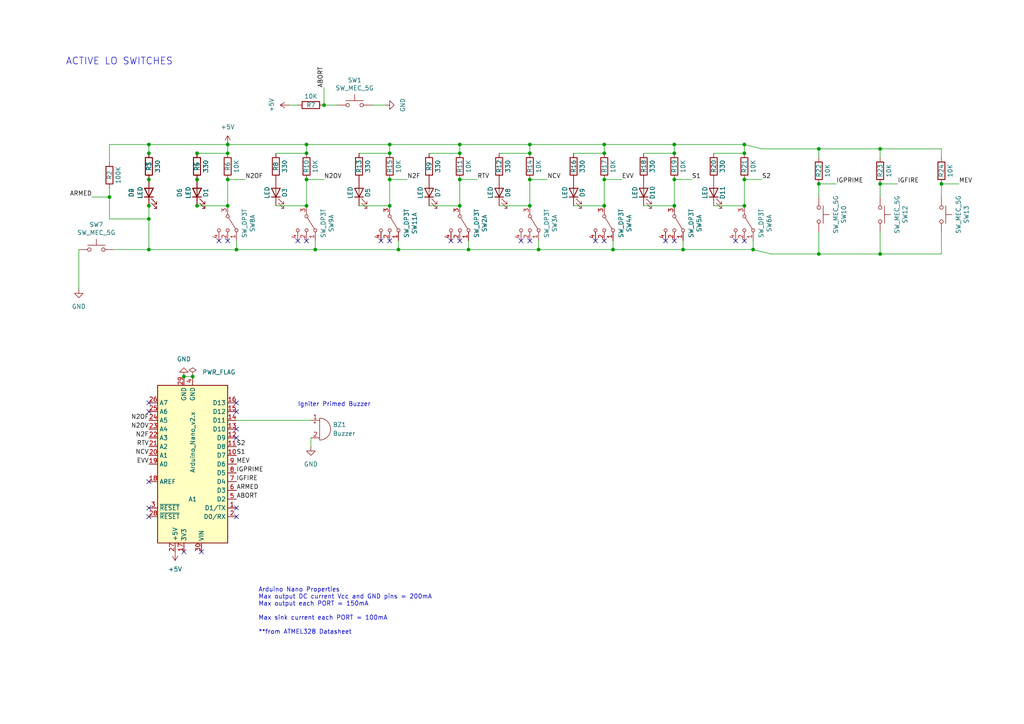
<source format=kicad_sch>
(kicad_sch (version 20211123) (generator eeschema)
  (paper "A4")
  (title_block (title "Propulsion Developement Platform Mission Control Box") (date "2022-05-11") (rev "R1") (company "UVic Rocketery"))
  (lib_symbols
    (symbol "Device:Buzzer" (pin_names (offset 0.0254) hide)
      (property "Reference" "BZ" (at 3.81 1.27 0))
      (property "Value" "Buzzer" (at 3.81 -1.27 0))
      (symbol "Buzzer_0_1"
        (arc (start 0 -3.175) (mid 3.175 0) (end 0 3.175))
        (polyline (pts (xy -1.651 1.905) (xy -1.143 1.905)))
        (polyline (pts (xy -1.397 2.159) (xy -1.397 1.651)))
        (polyline (pts (xy 0 3.175) (xy 0 -3.175)))
      )
      (symbol "Buzzer_1_1"
        (pin passive line (at -2.54 2.54 0) (length 2.54) (name "-") (number "1"))
        (pin passive line (at -2.54 -2.54 0) (length 2.54) (name "+") (number "2"))
      )
    )
    (symbol "Device:LED" (pin_numbers hide) (pin_names (offset 1.016) hide)
      (property "Reference" "D" (at 0 2.54 0))
      (property "Value" "LED" (at 0 -2.54 0))
      (symbol "LED_0_1"
        (polyline (pts (xy -1.27 -1.27) (xy -1.27 1.27)) (stroke (width 0.254)))
        (polyline (pts (xy -1.27 0) (xy 1.27 0)))
        (polyline (pts (xy 1.27 -1.27) (xy 1.27 1.27) (xy -1.27 0) (xy 1.27 -1.27)) (stroke (width 0.254)))
        (polyline (pts (xy -3.048 -0.762) (xy -4.572 -2.286) (xy -3.81 -2.286) (xy -4.572 -2.286) (xy -4.572 -1.524)))
        (polyline (pts (xy -1.778 -0.762) (xy -3.302 -2.286) (xy -2.54 -2.286) (xy -3.302 -2.286) (xy -3.302 -1.524)))
      )
      (symbol "LED_1_1"
        (pin passive line (at -3.81 0 0) (length 2.54) (name "K") (number "1"))
        (pin passive line (at 3.81 0 180) (length 2.54) (name "A") (number "2"))
      )
    )
    (symbol "Device:R" (pin_numbers hide) (pin_names (offset 0))
      (property "Reference" "R" (at 2.032 0 90))
      (property "Value" "R" (at 0 0 90))
      (symbol "R_0_1"
        (rectangle (start -1.016 -2.54) (end 1.016 2.54) (stroke (width 0.254)))
      )
      (symbol "R_1_1"
        (pin passive line (at 0 3.81 270) (length 1.27) (name "~") (number "1"))
        (pin passive line (at 0 -3.81 90) (length 1.27) (name "~") (number "2"))
      )
    )
    (symbol "MCU_Module:Arduino_Nano_v2.x"
      (property "Reference" "A" (at -10.16 23.495 0))
      (property "Value" "Arduino_Nano_v2.x" (at 5.08 -24.13 0))
      (symbol "Arduino_Nano_v2.x_0_1"
        (rectangle (start -10.16 22.86) (end 10.16 -22.86) (stroke (width 0.254)) (fill (type background)))
      )
      (symbol "Arduino_Nano_v2.x_1_1"
        (pin bidirectional line (at -12.7 12.7 0) (length 2.54) (name "D1/TX") (number "1"))
        (pin bidirectional line (at -12.7 -2.54 0) (length 2.54) (name "D7") (number "10"))
        (pin bidirectional line (at -12.7 -5.08 0) (length 2.54) (name "D8") (number "11"))
        (pin bidirectional line (at -12.7 -7.62 0) (length 2.54) (name "D9") (number "12"))
        (pin bidirectional line (at -12.7 -10.16 0) (length 2.54) (name "D10") (number "13"))
        (pin bidirectional line (at -12.7 -12.7 0) (length 2.54) (name "D11") (number "14"))
        (pin bidirectional line (at -12.7 -15.24 0) (length 2.54) (name "D12") (number "15"))
        (pin bidirectional line (at -12.7 -17.78 0) (length 2.54) (name "D13") (number "16"))
        (pin power_out line (at 2.54 25.4 270) (length 2.54) (name "3V3") (number "17"))
        (pin input line (at 12.7 5.08 180) (length 2.54) (name "AREF") (number "18"))
        (pin bidirectional line (at 12.7 0 180) (length 2.54) (name "A0") (number "19"))
        (pin bidirectional line (at -12.7 15.24 0) (length 2.54) (name "D0/RX") (number "2"))
        (pin bidirectional line (at 12.7 -2.54 180) (length 2.54) (name "A1") (number "20"))
        (pin bidirectional line (at 12.7 -5.08 180) (length 2.54) (name "A2") (number "21"))
        (pin bidirectional line (at 12.7 -7.62 180) (length 2.54) (name "A3") (number "22"))
        (pin bidirectional line (at 12.7 -10.16 180) (length 2.54) (name "A4") (number "23"))
        (pin bidirectional line (at 12.7 -12.7 180) (length 2.54) (name "A5") (number "24"))
        (pin bidirectional line (at 12.7 -15.24 180) (length 2.54) (name "A6") (number "25"))
        (pin bidirectional line (at 12.7 -17.78 180) (length 2.54) (name "A7") (number "26"))
        (pin power_out line (at 5.08 25.4 270) (length 2.54) (name "+5V") (number "27"))
        (pin input line (at 12.7 15.24 180) (length 2.54) (name "~{RESET}") (number "28"))
        (pin power_in line (at 2.54 -25.4 90) (length 2.54) (name "GND") (number "29"))
        (pin input line (at 12.7 12.7 180) (length 2.54) (name "~{RESET}") (number "3"))
        (pin power_in line (at -2.54 25.4 270) (length 2.54) (name "VIN") (number "30"))
        (pin power_in line (at 0 -25.4 90) (length 2.54) (name "GND") (number "4"))
        (pin bidirectional line (at -12.7 10.16 0) (length 2.54) (name "D2") (number "5"))
        (pin bidirectional line (at -12.7 7.62 0) (length 2.54) (name "D3") (number "6"))
        (pin bidirectional line (at -12.7 5.08 0) (length 2.54) (name "D4") (number "7"))
        (pin bidirectional line (at -12.7 2.54 0) (length 2.54) (name "D5") (number "8"))
        (pin bidirectional line (at -12.7 0 0) (length 2.54) (name "D6") (number "9"))
      )
    )
    (symbol "Switch:SW_DP3T" (pin_names (offset 0) hide)
      (property "Reference" "SW" (at 0 5.08 0))
      (property "Value" "SW_DP3T" (at 0 -5.08 0))
      (symbol "SW_DP3T_0_1"
        (circle (center -2.032 0) (radius 0.4572))
        (polyline (pts (xy -1.651 0.254) (xy 1.651 2.286)))
        (circle (center 2.032 -2.54) (radius 0.4572))
        (circle (center 2.032 0) (radius 0.4572))
        (circle (center 2.032 2.54) (radius 0.4572))
      )
      (symbol "SW_DP3T_1_1"
        (pin passive line (at 5.08 2.54 180) (length 2.54) (name "1") (number "1"))
        (pin passive line (at 5.08 0 180) (length 2.54) (name "2") (number "2"))
        (pin passive line (at -5.08 0 0) (length 2.54) (name "3") (number "3"))
        (pin passive line (at 5.08 -2.54 180) (length 2.54) (name "4") (number "4"))
      )
      (symbol "SW_DP3T_2_1"
        (pin passive line (at 5.08 2.54 180) (length 2.54) (name "5") (number "5"))
        (pin passive line (at 5.08 0 180) (length 2.54) (name "6") (number "6"))
        (pin passive line (at -5.08 0 0) (length 2.54) (name "7") (number "7"))
        (pin passive line (at 5.08 -2.54 180) (length 2.54) (name "8") (number "8"))
      )
    )
    (symbol "Switch:SW_MEC_5G" (pin_numbers hide) (pin_names (offset 1.016) hide)
      (property "Reference" "SW" (at 1.27 2.54 0))
      (property "Value" "SW_MEC_5G" (at 0 -1.524 0))
      (symbol "SW_MEC_5G_0_1"
        (circle (center -2.032 0) (radius 0.508))
        (polyline (pts (xy 0 1.27) (xy 0 3.048)))
        (polyline (pts (xy 2.54 1.27) (xy -2.54 1.27)))
        (circle (center 2.032 0) (radius 0.508))
        (pin passive line (at -5.08 0 0) (length 2.54) (name "A") (number "1"))
        (pin passive line (at 5.08 0 180) (length 2.54) (name "B") (number "3"))
      )
      (symbol "SW_MEC_5G_1_1"
        (pin passive line (at -5.08 0 0) (length 2.54) hide (name "A") (number "2"))
        (pin passive line (at 5.08 0 180) (length 2.54) hide (name "B") (number "4"))
      )
    )
    (symbol "power:+5V" (power) (pin_names (offset 0))
      (property "Value" "+5V" (at 0 3.556 0))
      (symbol "+5V_0_1"
        (polyline (pts (xy -0.762 1.27) (xy 0 2.54)))
        (polyline (pts (xy 0 0) (xy 0 2.54)))
        (polyline (pts (xy 0 2.54) (xy 0.762 1.27)))
      )
      (symbol "+5V_1_1"
        (pin power_in line (at 0 0 90) (length 0) hide (name "+5V") (number "1"))
      )
    )
    (symbol "power:GND" (power) (pin_names (offset 0))
      (property "Value" "GND" (at 0 -3.81 0))
      (symbol "GND_0_1"
        (polyline (pts (xy 0 0) (xy 0 -1.27) (xy 1.27 -1.27) (xy 0 -2.54) (xy -1.27 -1.27) (xy 0 -1.27)))
      )
      (symbol "GND_1_1"
        (pin power_in line (at 0 0 270) (length 0) hide (name "GND") (number "1"))
      )
    )
    (symbol "power:PWR_FLAG" (power) (pin_numbers hide) (pin_names (offset 0) hide)
      (property "Value" "PWR_FLAG" (at 0 3.81 0))
      (symbol "PWR_FLAG_0_0"
        (pin power_out line (at 0 0 90) (length 0) (name "pwr") (number "1"))
      )
      (symbol "PWR_FLAG_0_1"
        (polyline (pts (xy 0 0) (xy 0 1.27) (xy -1.016 1.905) (xy 0 2.54) (xy 1.016 1.905) (xy 0 1.27)))
      )
    )
  )
  (junction (at 237.49 73.66))
  (junction (at 43.18 41.91))
  (junction (at 218.44 72.39))
  (junction (at 255.27 73.66))
  (junction (at 198.12 72.39))
  (junction (at 93.98 30.48))
  (junction (at 153.67 41.91))
  (junction (at 66.04 59.69))
  (junction (at 43.18 52.07))
  (junction (at 113.03 52.07))
  (junction (at 66.04 44.45))
  (junction (at 133.35 44.45))
  (junction (at 43.18 72.39))
  (junction (at 91.44 72.39))
  (junction (at 133.35 41.91))
  (junction (at 255.27 43.18))
  (junction (at 113.03 41.91))
  (junction (at 68.58 72.39))
  (junction (at 215.9 59.69))
  (junction (at 113.03 59.69))
  (junction (at 43.18 44.45))
  (junction (at 215.9 52.07))
  (junction (at 175.26 52.07))
  (junction (at 175.26 41.91))
  (junction (at 255.27 53.34))
  (junction (at 195.58 44.45))
  (junction (at 88.9 41.91))
  (junction (at 66.04 52.07))
  (junction (at 153.67 59.69))
  (junction (at 195.58 59.69))
  (junction (at 273.05 53.34))
  (junction (at 153.67 44.45))
  (junction (at 113.03 44.45))
  (junction (at 133.35 52.07))
  (junction (at 31.75 57.15))
  (junction (at 215.9 44.45))
  (junction (at 215.9 41.91))
  (junction (at 237.49 43.18))
  (junction (at 175.26 44.45))
  (junction (at 177.8 72.39))
  (junction (at 53.34 109.22))
  (junction (at 43.18 59.69))
  (junction (at 66.04 41.91))
  (junction (at 55.88 109.22))
  (junction (at 175.26 59.69))
  (junction (at 57.15 59.69))
  (junction (at 135.89 72.39))
  (junction (at 195.58 52.07))
  (junction (at 115.57 72.39))
  (junction (at 88.9 44.45))
  (junction (at 156.21 72.39))
  (junction (at 57.15 44.45))
  (junction (at 133.35 59.69))
  (junction (at 195.58 41.91))
  (junction (at 43.18 63.5))
  (junction (at 57.15 52.07))
  (junction (at 88.9 59.69))
  (junction (at 88.9 52.07))
  (junction (at 237.49 53.34))
  (junction (at 153.67 52.07))
  (no_connect (at 53.34 160.02))
  (no_connect (at 58.42 160.02))
  (no_connect (at 68.58 119.38))
  (no_connect (at 43.18 116.84))
  (no_connect (at 43.18 139.7))
  (no_connect (at 68.58 149.86))
  (no_connect (at 68.58 147.32))
  (no_connect (at 43.18 147.32))
  (no_connect (at 43.18 149.86))
  (no_connect (at 193.04 69.85))
  (no_connect (at 195.58 69.85))
  (no_connect (at 213.36 69.85))
  (no_connect (at 215.9 69.85))
  (no_connect (at 175.26 69.85))
  (no_connect (at 172.72 69.85))
  (no_connect (at 151.13 69.85))
  (no_connect (at 153.67 69.85))
  (no_connect (at 133.35 69.85))
  (no_connect (at 130.81 69.85))
  (no_connect (at 63.5 69.85))
  (no_connect (at 66.04 69.85))
  (no_connect (at 113.03 69.85))
  (no_connect (at 110.49 69.85))
  (no_connect (at 68.58 124.46))
  (no_connect (at 68.58 127))
  (no_connect (at 43.18 119.38))
  (no_connect (at 88.9 69.85))
  (no_connect (at 86.36 69.85))
  (no_connect (at 68.58 116.84))
  (wire (pts (xy 113.03 41.91) (xy 133.35 41.91)))
  (wire (pts (xy 93.98 30.48) (xy 93.98 25.4)))
  (wire (pts (xy 31.75 57.15) (xy 31.75 63.5)))
  (wire (pts (xy 91.44 69.85) (xy 91.44 72.39)))
  (wire (pts (xy 43.18 63.5) (xy 43.18 72.39)))
  (wire (pts (xy 223.52 73.66) (xy 218.44 72.39)))
  (wire (pts (xy 273.05 53.34) (xy 273.05 57.15)))
  (wire (pts (xy 91.44 72.39) (xy 115.57 72.39)))
  (wire (pts (xy 195.58 52.07) (xy 200.66 52.07)))
  (wire (pts (xy 195.58 41.91) (xy 195.58 44.45)))
  (wire (pts (xy 223.52 73.66) (xy 237.49 73.66)))
  (wire (pts (xy 153.67 52.07) (xy 153.67 59.69)))
  (wire (pts (xy 88.9 41.91) (xy 88.9 44.45)))
  (wire (pts (xy 68.58 72.39) (xy 91.44 72.39)))
  (wire (pts (xy 166.37 59.69) (xy 175.26 59.69)))
  (wire (pts (xy 237.49 67.31) (xy 237.49 73.66)))
  (wire (pts (xy 255.27 53.34) (xy 255.27 57.15)))
  (wire (pts (xy 90.17 127) (xy 90.17 129.54)))
  (wire (pts (xy 255.27 67.31) (xy 255.27 73.66)))
  (wire (pts (xy 195.58 41.91) (xy 215.9 41.91)))
  (wire (pts (xy 31.75 63.5) (xy 43.18 63.5)))
  (wire (pts (xy 218.44 69.85) (xy 218.44 72.39)))
  (wire (pts (xy 80.01 44.45) (xy 88.9 44.45)))
  (wire (pts (xy 220.98 43.18) (xy 237.49 43.18)))
  (wire (pts (xy 115.57 72.39) (xy 135.89 72.39)))
  (wire (pts (xy 22.86 72.39) (xy 22.86 83.82)))
  (wire (pts (xy 186.69 59.69) (xy 195.58 59.69)))
  (wire (pts (xy 175.26 41.91) (xy 175.26 44.45)))
  (wire (pts (xy 55.88 109.22) (xy 53.34 109.22)))
  (wire (pts (xy 198.12 69.85) (xy 198.12 72.39)))
  (wire (pts (xy 88.9 52.07) (xy 88.9 59.69)))
  (wire (pts (xy 104.14 59.69) (xy 113.03 59.69)))
  (wire (pts (xy 113.03 41.91) (xy 113.03 44.45)))
  (wire (pts (xy 156.21 69.85) (xy 156.21 72.39)))
  (wire (pts (xy 156.21 72.39) (xy 177.8 72.39)))
  (wire (pts (xy 153.67 41.91) (xy 153.67 44.45)))
  (wire (pts (xy 215.9 52.07) (xy 215.9 59.69)))
  (wire (pts (xy 86.36 30.48) (xy 83.82 30.48)))
  (wire (pts (xy 273.05 43.18) (xy 255.27 43.18)))
  (wire (pts (xy 124.46 44.45) (xy 133.35 44.45)))
  (wire (pts (xy 144.78 44.45) (xy 153.67 44.45)))
  (wire (pts (xy 31.75 54.61) (xy 31.75 57.15)))
  (wire (pts (xy 207.01 59.69) (xy 215.9 59.69)))
  (wire (pts (xy 26.67 57.15) (xy 31.75 57.15)))
  (wire (pts (xy 177.8 72.39) (xy 198.12 72.39)))
  (wire (pts (xy 166.37 44.45) (xy 175.26 44.45)))
  (wire (pts (xy 255.27 73.66) (xy 273.05 73.66)))
  (wire (pts (xy 68.58 121.92) (xy 90.17 121.92)))
  (wire (pts (xy 43.18 41.91) (xy 66.04 41.91)))
  (wire (pts (xy 68.58 69.85) (xy 68.58 72.39)))
  (wire (pts (xy 57.15 59.69) (xy 66.04 59.69)))
  (wire (pts (xy 135.89 69.85) (xy 135.89 72.39)))
  (wire (pts (xy 88.9 41.91) (xy 113.03 41.91)))
  (wire (pts (xy 115.57 69.85) (xy 115.57 72.39)))
  (wire (pts (xy 93.98 30.48) (xy 97.79 30.48)))
  (wire (pts (xy 66.04 52.07) (xy 66.04 59.69)))
  (wire (pts (xy 88.9 52.07) (xy 93.98 52.07)))
  (wire (pts (xy 113.03 52.07) (xy 113.03 59.69)))
  (wire (pts (xy 133.35 52.07) (xy 138.43 52.07)))
  (wire (pts (xy 104.14 44.45) (xy 113.03 44.45)))
  (wire (pts (xy 153.67 52.07) (xy 158.75 52.07)))
  (wire (pts (xy 33.02 72.39) (xy 43.18 72.39)))
  (wire (pts (xy 133.35 52.07) (xy 133.35 59.69)))
  (wire (pts (xy 31.75 41.91) (xy 31.75 46.99)))
  (wire (pts (xy 273.05 67.31) (xy 273.05 73.66)))
  (wire (pts (xy 273.05 45.72) (xy 273.05 43.18)))
  (wire (pts (xy 237.49 53.34) (xy 242.57 53.34)))
  (wire (pts (xy 175.26 41.91) (xy 195.58 41.91)))
  (wire (pts (xy 113.03 52.07) (xy 118.11 52.07)))
  (wire (pts (xy 237.49 43.18) (xy 237.49 45.72)))
  (wire (pts (xy 31.75 41.91) (xy 43.18 41.91)))
  (wire (pts (xy 107.95 30.48) (xy 111.76 30.48)))
  (wire (pts (xy 57.15 44.45) (xy 66.04 44.45)))
  (wire (pts (xy 215.9 41.91) (xy 215.9 44.45)))
  (wire (pts (xy 237.49 73.66) (xy 255.27 73.66)))
  (wire (pts (xy 66.04 41.91) (xy 66.04 44.45)))
  (wire (pts (xy 175.26 52.07) (xy 180.34 52.07)))
  (wire (pts (xy 66.04 52.07) (xy 71.12 52.07)))
  (wire (pts (xy 133.35 41.91) (xy 133.35 44.45)))
  (wire (pts (xy 215.9 52.07) (xy 220.98 52.07)))
  (wire (pts (xy 186.69 44.45) (xy 195.58 44.45)))
  (wire (pts (xy 255.27 43.18) (xy 237.49 43.18)))
  (wire (pts (xy 135.89 72.39) (xy 156.21 72.39)))
  (wire (pts (xy 198.12 72.39) (xy 218.44 72.39)))
  (wire (pts (xy 43.18 72.39) (xy 68.58 72.39)))
  (wire (pts (xy 66.04 41.91) (xy 88.9 41.91)))
  (wire (pts (xy 237.49 53.34) (xy 237.49 57.15)))
  (wire (pts (xy 195.58 52.07) (xy 195.58 59.69)))
  (wire (pts (xy 207.01 44.45) (xy 215.9 44.45)))
  (wire (pts (xy 80.01 59.69) (xy 88.9 59.69)))
  (wire (pts (xy 144.78 59.69) (xy 153.67 59.69)))
  (wire (pts (xy 177.8 69.85) (xy 177.8 72.39)))
  (wire (pts (xy 255.27 53.34) (xy 260.35 53.34)))
  (wire (pts (xy 133.35 41.91) (xy 153.67 41.91)))
  (wire (pts (xy 273.05 53.34) (xy 278.13 53.34)))
  (wire (pts (xy 124.46 59.69) (xy 133.35 59.69)))
  (wire (pts (xy 220.98 43.18) (xy 215.9 41.91)))
  (wire (pts (xy 43.18 59.69) (xy 43.18 63.5)))
  (wire (pts (xy 43.18 41.91) (xy 43.18 44.45)))
  (wire (pts (xy 175.26 52.07) (xy 175.26 59.69)))
  (wire (pts (xy 255.27 45.72) (xy 255.27 43.18)))
  (wire (pts (xy 153.67 41.91) (xy 175.26 41.91)))
  (text "Arduino Nano Properties\nMax output DC current Vcc and GND pins = 200mA\nMax output each PORT = 150mA\n\nMax sink current each PORT = 100mA\n\n**from ATMEL328 Datasheet" (at 74.93 184.15 0) (effects (font (size 1.27 1.27)) (justify left bottom)))
  (text "ACTIVE LO SWITCHES\n" (at 19.05 19.05 0) (effects (font (size 2 2)) (justify left bottom)))
  (text "Igniter Primed Buzzer" (at 86.36 118.11 0) (effects (font (size 1.27 1.27)) (justify left bottom)))
  (label "ABORT" (at 93.98 25.4 90))
  (label "N2OF" (at 43.18 121.92 180))
  (label "IGPRIME" (at 68.58 137.16 0))
  (label "N2OV" (at 93.98 52.07 0))
  (label "EVV" (at 43.18 134.62 180))
  (label "EVV" (at 180.34 52.07 0))
  (label "S1" (at 200.66 52.07 0))
  (label "MEV" (at 68.58 134.62 0))
  (label "NCV" (at 43.18 132.08 180))
  (label "RTV" (at 138.43 52.07 0))
  (label "N2OV" (at 43.18 124.46 180))
  (label "S2" (at 220.98 52.07 0))
  (label "ABORT" (at 68.58 144.78 0))
  (label "N2F" (at 118.11 52.07 0))
  (label "N2OF" (at 71.12 52.07 0))
  (label "S1" (at 68.58 132.08 0))
  (label "ARMED" (at 26.67 57.15 180))
  (label "NCV" (at 158.75 52.07 0))
  (label "S2" (at 68.58 129.54 0))
  (label "N2F" (at 43.18 127 180))
  (label "MEV" (at 278.13 53.34 0))
  (label "ARMED" (at 68.58 142.24 0))
  (label "IGFIRE" (at 68.58 139.7 0))
  (label "IGPRIME" (at 242.57 53.34 0))
  (label "IGFIRE" (at 260.35 53.34 0))
  (label "RTV" (at 43.18 129.54 180))
  (symbol (lib_id "MCU_Module:Arduino_Nano_v2.x") (at 55.88 134.62 180) (unit 1)
    (property "Reference" "A1" (at 55.88 144.78 0))
    (property "Value" "Arduino_Nano_v2.x" (at 55.88 128.27 90))
    (property "Footprint" "Module:Arduino_Nano" (effects hide))
    (property "Datasheet" "https://www.arduino.cc/en/uploads/Main/ArduinoNanoManual23.pdf" (effects hide))
  )
  (symbol (lib_id "Switch:SW_DP3T") (at 113.03 64.77 270) (unit 1)
    (property "Reference" "SW11" (at 120.2182 64.77 0))
    (property "Value" "SW_DP3T" (at 117.9068 64.77 0))
  )
  (symbol (lib_id "power:+5V") (at 66.04 41.91 0) (unit 1)
    (property "Reference" "#PWR06" (effects hide))
    (property "Value" "+5V" (at 66.04 36.83 0))
  )
  (symbol (lib_id "Switch:SW_DP3T") (at 195.58 64.77 270) (unit 1)
    (property "Reference" "SW5" (at 202.7682 64.77 0))
    (property "Value" "SW_DP3T" (at 200.4568 64.77 0))
  )
  (symbol (lib_id "Device:R") (at 237.49 49.53 180) (unit 1)
    (property "Reference" "R22" (at 237.49 49.53 90))
    (property "Value" "10K" (at 240.03 49.53 90))
  )
  (symbol (lib_id "Device:LED") (at 43.18 55.88 90) (unit 1)
    (property "Reference" "D2" (at 38.1 55.88 0))
    (property "Value" "LED" (at 40.64 55.88 0))
  )
  (symbol (lib_id "Switch:SW_DP3T") (at 215.9 64.77 270) (unit 1)
    (property "Reference" "SW6" (at 223.0882 64.77 0))
    (property "Value" "SW_DP3T" (at 220.7768 64.77 0))
  )
  (symbol (lib_id "Device:R") (at 66.04 48.26 180) (unit 1)
    (property "Reference" "R6" (at 66.04 48.26 90))
    (property "Value" "10K" (at 68.58 48.26 90))
  )
  (symbol (lib_id "power:+5V") (at 83.82 30.48 90) (unit 1)
    (property "Reference" "#PWR02" (effects hide))
    (property "Value" "+5V" (at 78.74 30.48 0))
  )
  (symbol (lib_id "Switch:SW_MEC_5G") (at 255.27 62.23 270) (unit 1)
    (property "Reference" "SW12" (at 262.509 62.23 0))
    (property "Value" "SW_MEC_5G" (at 260.1976 62.23 0))
    (property "Datasheet" "http://www.apem.com/int/index.php?controller=attachment&id_attachment=488" (effects hide))
  )
  (symbol (lib_id "Switch:SW_DP3T") (at 133.35 64.77 270) (unit 1)
    (property "Reference" "SW2" (at 140.5382 64.77 0))
    (property "Value" "SW_DP3T" (at 138.2268 64.77 0))
  )
  (symbol (lib_id "power:GND") (at 53.34 109.22 180) (unit 1)
    (property "Reference" "#PWR09" (effects hide))
    (property "Value" "GND" (at 53.34 104.14 0))
  )
  (symbol (lib_id "Device:LED") (at 166.37 55.88 90) (unit 1)
    (property "Reference" "D9" (at 168.91 55.88 0))
    (property "Value" "LED" (at 163.83 55.88 0))
  )
  (symbol (lib_id "Device:R") (at 207.01 48.26 180) (unit 1)
    (property "Reference" "R20" (at 207.01 48.26 90))
    (property "Value" "330" (at 209.55 48.26 90))
  )
  (symbol (lib_id "Device:LED") (at 124.46 55.88 90) (unit 1)
    (property "Reference" "D7" (at 127 55.88 0))
    (property "Value" "LED" (at 121.92 55.88 0))
  )
  (symbol (lib_id "power:+5V") (at 50.8 160.02 180) (unit 1)
    (property "Reference" "#PWR010" (effects hide))
    (property "Value" "+5V" (at 50.8 165.1 0))
  )
  (symbol (lib_id "Switch:SW_DP3T") (at 175.26 64.77 270) (unit 1)
    (property "Reference" "SW4" (at 182.4482 64.77 0))
    (property "Value" "SW_DP3T" (at 180.1368 64.77 0))
  )
  (symbol (lib_id "Device:LED") (at 186.69 55.88 90) (unit 1)
    (property "Reference" "D10" (at 189.23 55.88 0))
    (property "Value" "LED" (at 184.15 55.88 0))
  )
  (symbol (lib_id "Device:LED") (at 80.01 55.88 90) (unit 1)
    (property "Reference" "D3" (at 82.55 55.88 0))
    (property "Value" "LED" (at 77.47 55.88 0))
  )
  (symbol (lib_id "Device:LED") (at 57.15 55.88 90) (unit 1)
    (property "Reference" "D6" (at 52.07 55.88 0))
    (property "Value" "LED" (at 54.61 55.88 0))
  )
  (symbol (lib_id "Device:R") (at 153.67 48.26 180) (unit 1)
    (property "Reference" "R14" (at 153.67 48.26 90))
    (property "Value" "10K" (at 156.21 48.26 90))
  )
  (symbol (lib_id "Device:R") (at 113.03 48.26 180) (unit 1)
    (property "Reference" "R15" (at 113.03 48.26 90))
    (property "Value" "10K" (at 115.57 48.26 90))
  )
  (symbol (lib_id "Device:R") (at 57.15 48.26 180) (unit 1)
    (property "Reference" "R4" (at 57.15 48.26 90))
    (property "Value" "330" (at 59.69 48.26 90))
  )
  (symbol (lib_id "Device:R") (at 273.05 49.53 180) (unit 1)
    (property "Reference" "R24" (at 273.05 49.53 90))
    (property "Value" "10K" (at 275.59 49.53 90))
  )
  (symbol (lib_id "Device:R") (at 195.58 48.26 180) (unit 1)
    (property "Reference" "R19" (at 195.58 48.26 90))
    (property "Value" "10K" (at 198.12 48.26 90))
  )
  (symbol (lib_id "Device:Buzzer") (at 92.71 124.46 0) (unit 1)
    (property "Reference" "BZ1" (at 96.52 123.1899 0) (effects (justify left)))
    (property "Value" "Buzzer" (at 96.52 125.7299 0) (effects (justify left)))
  )
  (symbol (lib_id "Switch:SW_MEC_5G") (at 102.87 30.48 0) (unit 1)
    (property "Reference" "SW1" (at 102.87 23.241 0))
    (property "Value" "SW_MEC_5G" (at 102.87 25.5524 0))
    (property "Datasheet" "http://www.apem.com/int/index.php?controller=attachment&id_attachment=488" (effects hide))
  )
  (symbol (lib_id "Device:R") (at 90.17 30.48 270) (unit 1)
    (property "Reference" "R7" (at 90.17 30.48 90))
    (property "Value" "10K" (at 90.17 27.94 90))
  )
  (symbol (lib_id "power:GND") (at 111.76 30.48 90) (unit 1)
    (property "Reference" "#PWR04" (effects hide))
    (property "Value" "GND" (at 116.84 30.48 0))
  )
  (symbol (lib_id "Device:LED") (at 144.78 55.88 90) (unit 1)
    (property "Reference" "D8" (at 147.32 55.88 0))
    (property "Value" "LED" (at 142.24 55.88 0))
  )
  (symbol (lib_id "power:GND") (at 90.17 129.54 0) (unit 1)
    (property "Reference" "#PWR03" (effects hide))
    (property "Value" "GND" (at 90.17 134.62 0))
  )
  (symbol (lib_id "Device:R") (at 144.78 48.26 180) (unit 1)
    (property "Reference" "R12" (at 144.78 48.26 90))
    (property "Value" "330" (at 147.32 48.26 90))
  )
  (symbol (lib_id "Device:R") (at 175.26 48.26 180) (unit 1)
    (property "Reference" "R17" (at 175.26 48.26 90))
    (property "Value" "10K" (at 177.8 48.26 90))
  )
  (symbol (lib_id "Switch:SW_MEC_5G") (at 237.49 62.23 270) (unit 1)
    (property "Reference" "SW10" (at 244.729 62.23 0))
    (property "Value" "SW_MEC_5G" (at 242.4176 62.23 0))
    (property "Datasheet" "http://www.apem.com/int/index.php?controller=attachment&id_attachment=488" (effects hide))
  )
  (symbol (lib_id "power:PWR_FLAG") (at 55.88 109.22 0) (unit 1)
    (property "Reference" "#FLG0101" (effects hide))
    (property "Value" "PWR_FLAG" (at 63.5 107.95 0))
  )
  (symbol (lib_id "Device:R") (at 133.35 48.26 180) (unit 1)
    (property "Reference" "R11" (at 133.35 48.26 90))
    (property "Value" "10K" (at 135.89 48.26 90))
  )
  (symbol (lib_id "Device:R") (at 124.46 48.26 180) (unit 1)
    (property "Reference" "R9" (at 124.46 48.26 90))
    (property "Value" "330" (at 127 48.26 90))
  )
  (symbol (lib_id "Switch:SW_DP3T") (at 66.04 64.77 270) (unit 1)
    (property "Reference" "SW8" (at 73.2282 64.77 0))
    (property "Value" "SW_DP3T" (at 70.9168 64.77 0))
  )
  (symbol (lib_id "Device:LED") (at 104.14 55.88 90) (unit 1)
    (property "Reference" "D5" (at 106.68 55.88 0))
    (property "Value" "LED" (at 101.6 55.88 0))
  )
  (symbol (lib_id "Device:R") (at 80.01 48.26 180) (unit 1)
    (property "Reference" "R8" (at 80.01 48.26 90))
    (property "Value" "330" (at 82.55 48.26 90))
  )
  (symbol (lib_id "Device:R") (at 255.27 49.53 180) (unit 1)
    (property "Reference" "R23" (at 255.27 49.53 90))
    (property "Value" "10K" (at 257.81 49.53 90))
  )
  (symbol (lib_id "Device:R") (at 166.37 48.26 180) (unit 1)
    (property "Reference" "R16" (at 166.37 48.26 90))
    (property "Value" "330" (at 168.91 48.26 90))
  )
  (symbol (lib_id "Switch:SW_DP3T") (at 153.67 64.77 270) (unit 1)
    (property "Reference" "SW3" (at 160.8582 64.77 0))
    (property "Value" "SW_DP3T" (at 158.5468 64.77 0))
  )
  (symbol (lib_id "Switch:SW_MEC_5G") (at 273.05 62.23 270) (unit 1)
    (property "Reference" "SW13" (at 280.289 62.23 0))
    (property "Value" "SW_MEC_5G" (at 277.9776 62.23 0))
    (property "Datasheet" "http://www.apem.com/int/index.php?controller=attachment&id_attachment=488" (effects hide))
  )
  (symbol (lib_id "Device:LED") (at 57.15 55.88 90) (unit 1)
    (property "Reference" "D1" (at 59.69 55.88 0))
    (property "Value" "LED" (at 54.61 55.88 0))
  )
  (symbol (lib_id "Device:R") (at 104.14 48.26 180) (unit 1)
    (property "Reference" "R13" (at 104.14 48.26 90))
    (property "Value" "330" (at 106.68 48.26 90))
  )
  (symbol (lib_id "Switch:SW_MEC_5G") (at 27.94 72.39 0) (unit 1)
    (property "Reference" "SW7" (at 27.94 65.151 0))
    (property "Value" "SW_MEC_5G" (at 27.94 67.4624 0))
    (property "Datasheet" "http://www.apem.com/int/index.php?controller=attachment&id_attachment=488" (effects hide))
  )
  (symbol (lib_id "Device:R") (at 57.15 48.26 180) (unit 1)
    (property "Reference" "R5" (at 57.15 48.26 90))
    (property "Value" "330" (at 59.69 48.26 90))
  )
  (symbol (lib_id "Device:R") (at 215.9 48.26 180) (unit 1)
    (property "Reference" "R21" (at 215.9 48.26 90))
    (property "Value" "10K" (at 218.44 48.26 90))
  )
  (symbol (lib_id "Device:R") (at 43.18 48.26 180) (unit 1)
    (property "Reference" "R1" (at 43.18 48.26 90))
    (property "Value" "330" (at 45.72 48.26 90))
  )
  (symbol (lib_id "Device:LED") (at 43.18 55.88 90) (unit 1)
    (property "Reference" "D4" (at 38.1 55.88 0))
    (property "Value" "LED" (at 40.64 55.88 0))
  )
  (symbol (lib_id "Switch:SW_DP3T") (at 88.9 64.77 270) (unit 1)
    (property "Reference" "SW9" (at 96.0882 64.77 0))
    (property "Value" "SW_DP3T" (at 93.7768 64.77 0))
  )
  (symbol (lib_id "power:GND") (at 22.86 83.82 0) (unit 1)
    (property "Reference" "#PWR01" (effects hide))
    (property "Value" "GND" (at 22.86 88.9 0))
  )
  (symbol (lib_id "Device:R") (at 186.69 48.26 180) (unit 1)
    (property "Reference" "R18" (at 186.69 48.26 90))
    (property "Value" "330" (at 189.23 48.26 90))
  )
  (symbol (lib_id "Device:LED") (at 207.01 55.88 90) (unit 1)
    (property "Reference" "D11" (at 209.55 55.88 0))
    (property "Value" "LED" (at 204.47 55.88 0))
  )
  (symbol (lib_id "Device:R") (at 88.9 48.26 180) (unit 1)
    (property "Reference" "R10" (at 88.9 48.26 90))
    (property "Value" "10K" (at 91.44 48.26 90))
  )
  (symbol (lib_id "Device:R") (at 31.75 50.8 0) (unit 1)
    (property "Reference" "R2" (at 31.75 50.8 90))
    (property "Value" "100K" (at 34.29 50.8 90))
  )
  (symbol (lib_id "Device:R") (at 43.18 48.26 180) (unit 1)
    (property "Reference" "R3" (at 43.18 48.26 90))
    (property "Value" "330" (at 45.72 48.26 90))
  )
)
</source>
